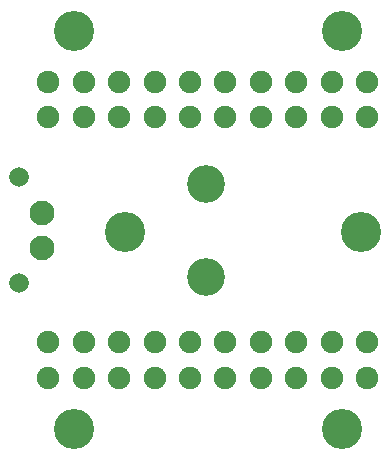
<source format=gbr>
G04 #@! TF.GenerationSoftware,KiCad,Pcbnew,5.1.4-e60b266~84~ubuntu19.04.1*
G04 #@! TF.CreationDate,2019-10-12T12:50:21-05:00*
G04 #@! TF.ProjectId,TemperaturePower,54656d70-6572-4617-9475-7265506f7765,rev?*
G04 #@! TF.SameCoordinates,Original*
G04 #@! TF.FileFunction,Soldermask,Top*
G04 #@! TF.FilePolarity,Negative*
%FSLAX46Y46*%
G04 Gerber Fmt 4.6, Leading zero omitted, Abs format (unit mm)*
G04 Created by KiCad (PCBNEW 5.1.4-e60b266~84~ubuntu19.04.1) date 2019-10-12 12:50:21*
%MOMM*%
%LPD*%
G04 APERTURE LIST*
%ADD10C,1.924000*%
%ADD11C,1.900000*%
%ADD12C,3.400000*%
%ADD13C,1.670000*%
%ADD14C,2.100000*%
%ADD15C,3.200000*%
G04 APERTURE END LIST*
D10*
X121500000Y-105920000D03*
D11*
X124500000Y-105920000D03*
X127500000Y-105920000D03*
X130500000Y-105920000D03*
X133500000Y-105920000D03*
X136500000Y-105920000D03*
X139500000Y-105920000D03*
X142500000Y-105920000D03*
X145500000Y-105920000D03*
X148500000Y-105920000D03*
X121500000Y-108920000D03*
X124500000Y-108920000D03*
X127500000Y-108920000D03*
X130500000Y-108920000D03*
X133500000Y-108920000D03*
X136500000Y-108920000D03*
X139500000Y-108920000D03*
X142500000Y-108920000D03*
X145500000Y-108920000D03*
X148500000Y-108920000D03*
D12*
X123650000Y-101600000D03*
X146350000Y-101600000D03*
D13*
X119040000Y-114000000D03*
D14*
X121000000Y-120000000D03*
X121000000Y-117000000D03*
D13*
X119040000Y-123000000D03*
D12*
X123650000Y-135320000D03*
X146350000Y-135320000D03*
D11*
X121500000Y-128000000D03*
X124500000Y-128000000D03*
X127500000Y-128000000D03*
X130500000Y-128000000D03*
X133500000Y-128000000D03*
X136500000Y-128000000D03*
X139500000Y-128000000D03*
X142500000Y-128000000D03*
X145500000Y-128000000D03*
X148500000Y-128000000D03*
X121500000Y-131000000D03*
X124500000Y-131000000D03*
X127500000Y-131000000D03*
X130500000Y-131000000D03*
X133500000Y-131000000D03*
X136500000Y-131000000D03*
X139500000Y-131000000D03*
X142500000Y-131000000D03*
X145500000Y-131000000D03*
D10*
X148500000Y-131000000D03*
D12*
X148000000Y-118618000D03*
X128000000Y-118618000D03*
D15*
X134874000Y-114554000D03*
X134874000Y-122428000D03*
M02*

</source>
